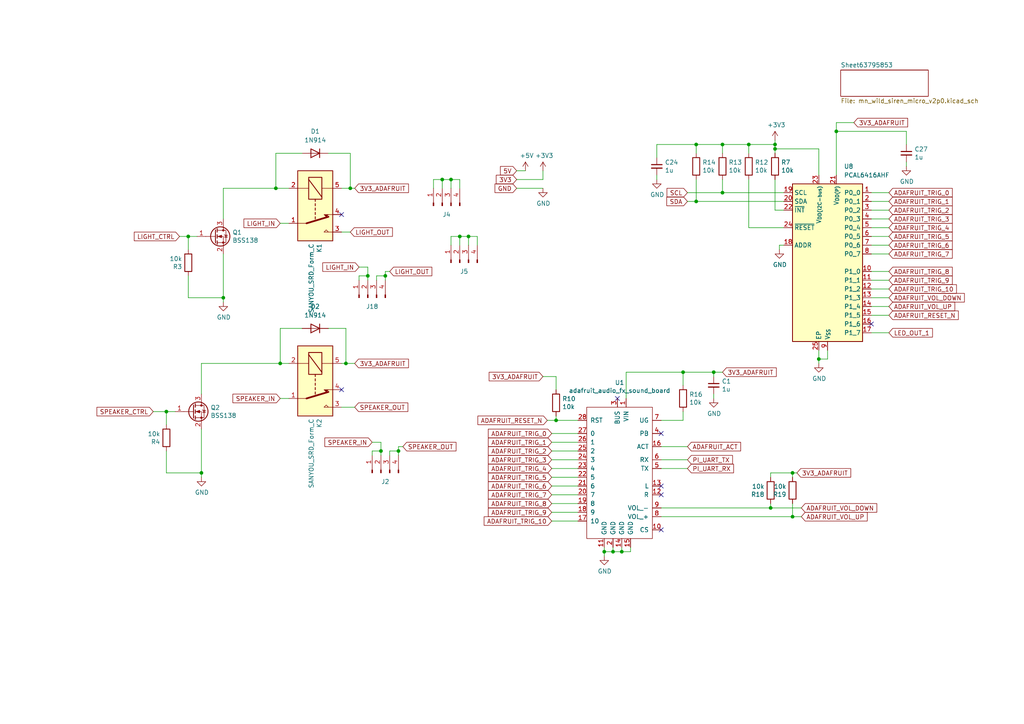
<source format=kicad_sch>
(kicad_sch (version 20231120) (generator "eeschema") (generator_version "8.0")
  (paper "A4")
  (lib_symbols
    (symbol "Connector:Conn_01x04_Pin" (pin_names (offset 1.016) hide)
      (property "Reference" "J" (at 0 5.08 0))
      (property "Value" "Conn_01x04_Pin" (at 0 -7.62 0))
      (symbol "Conn_01x04_Pin_1_1"
        (polyline (pts (xy 1.27 -5.08) (xy 0.8636 -5.08)) (stroke (width 0.1524)))
        (polyline (pts (xy 1.27 -2.54) (xy 0.8636 -2.54)) (stroke (width 0.1524)))
        (polyline (pts (xy 1.27 0) (xy 0.8636 0)) (stroke (width 0.1524)))
        (polyline (pts (xy 1.27 2.54) (xy 0.8636 2.54)) (stroke (width 0.1524)))
        (rectangle (start 0.8636 -4.953) (end 0 -5.207) (stroke (width 0.1524)) (fill (type outline)))
        (rectangle (start 0.8636 -2.413) (end 0 -2.667) (stroke (width 0.1524)) (fill (type outline)))
        (rectangle (start 0.8636 0.127) (end 0 -0.127) (stroke (width 0.1524)) (fill (type outline)))
        (rectangle (start 0.8636 2.667) (end 0 2.413) (stroke (width 0.1524)) (fill (type outline)))
        (pin passive line (at 5.08 2.54 180) (length 3.81) (name "Pin_1") (number "1"))
        (pin passive line (at 5.08 0 180) (length 3.81) (name "Pin_2") (number "2"))
        (pin passive line (at 5.08 -2.54 180) (length 3.81) (name "Pin_3") (number "3"))
        (pin passive line (at 5.08 -5.08 180) (length 3.81) (name "Pin_4") (number "4"))
      )
    )
    (symbol "Device:C_Small" (pin_numbers hide) (pin_names (offset 0.254) hide)
      (property "Reference" "C" (at 0.254 1.778 0))
      (property "Value" "C_Small" (at 0.254 -2.032 0))
      (symbol "C_Small_0_1"
        (polyline (pts (xy -1.524 -0.508) (xy 1.524 -0.508)) (stroke (width 0.3302)))
        (polyline (pts (xy -1.524 0.508) (xy 1.524 0.508)) (stroke (width 0.3048)))
      )
      (symbol "C_Small_1_1"
        (pin passive line (at 0 2.54 270) (length 2.032) (name "~") (number "1"))
        (pin passive line (at 0 -2.54 90) (length 2.032) (name "~") (number "2"))
      )
    )
    (symbol "Device:R" (pin_numbers hide) (pin_names (offset 0))
      (property "Reference" "R" (at 2.032 0 90))
      (property "Value" "R" (at 0 0 90))
      (symbol "R_0_1"
        (rectangle (start -1.016 -2.54) (end 1.016 2.54) (stroke (width 0.254)))
      )
      (symbol "R_1_1"
        (pin passive line (at 0 3.81 270) (length 1.27) (name "~") (number "1"))
        (pin passive line (at 0 -3.81 90) (length 1.27) (name "~") (number "2"))
      )
    )
    (symbol "Diode:1N914" (pin_numbers hide) (pin_names hide)
      (property "Reference" "D" (at 0 2.54 0))
      (property "Value" "1N914" (at 0 -2.54 0))
      (symbol "1N914_0_1"
        (polyline (pts (xy -1.27 1.27) (xy -1.27 -1.27)) (stroke (width 0.254)))
        (polyline (pts (xy 1.27 0) (xy -1.27 0)))
        (polyline (pts (xy 1.27 1.27) (xy 1.27 -1.27) (xy -1.27 0) (xy 1.27 1.27)) (stroke (width 0.254)))
      )
      (symbol "1N914_1_1"
        (pin passive line (at -3.81 0 0) (length 2.54) (name "K") (number "1"))
        (pin passive line (at 3.81 0 180) (length 2.54) (name "A") (number "2"))
      )
    )
    (symbol "Interface_Expansion:PCAL6416AHF"
      (property "Reference" "U" (at -10.16 24.13 0))
      (property "Value" "PCAL6416AHF" (at 3.81 24.13 0))
      (symbol "PCAL6416AHF_0_1"
        (rectangle (start -10.16 22.86) (end 10.16 -22.86) (stroke (width 0.254)) (fill (type background)))
      )
      (symbol "PCAL6416AHF_1_1"
        (pin bidirectional line (at 12.7 20.32 180) (length 2.54) (name "P0_0") (number "1"))
        (pin bidirectional line (at 12.7 -2.54 180) (length 2.54) (name "P1_0") (number "10"))
        (pin bidirectional line (at 12.7 -5.08 180) (length 2.54) (name "P1_1") (number "11"))
        (pin bidirectional line (at 12.7 -7.62 180) (length 2.54) (name "P1_2") (number "12"))
        (pin bidirectional line (at 12.7 -10.16 180) (length 2.54) (name "P1_3") (number "13"))
        (pin bidirectional line (at 12.7 -12.7 180) (length 2.54) (name "P1_4") (number "14"))
        (pin bidirectional line (at 12.7 -15.24 180) (length 2.54) (name "P1_5") (number "15"))
        (pin bidirectional line (at 12.7 -17.78 180) (length 2.54) (name "P1_6") (number "16"))
        (pin bidirectional line (at 12.7 -20.32 180) (length 2.54) (name "P1_7") (number "17"))
        (pin input line (at -12.7 5.08 0) (length 2.54) (name "ADDR") (number "18"))
        (pin input line (at -12.7 20.32 0) (length 2.54) (name "SCL") (number "19"))
        (pin bidirectional line (at 12.7 17.78 180) (length 2.54) (name "P0_1") (number "2"))
        (pin bidirectional line (at -12.7 17.78 0) (length 2.54) (name "SDA") (number "20"))
        (pin power_in line (at 2.54 25.4 270) (length 2.54) (name "V_{DD(P)}") (number "21"))
        (pin open_collector line (at -12.7 15.24 0) (length 2.54) (name "~{INT}") (number "22"))
        (pin power_in line (at -2.54 25.4 270) (length 2.54) (name "V_{DD(I2C-bus)}") (number "23"))
        (pin input line (at -12.7 10.16 0) (length 2.54) (name "~{RESET}") (number "24"))
        (pin passive line (at -2.54 -25.4 90) (length 2.54) (name "EP") (number "25"))
        (pin bidirectional line (at 12.7 15.24 180) (length 2.54) (name "P0_2") (number "3"))
        (pin bidirectional line (at 12.7 12.7 180) (length 2.54) (name "P0_3") (number "4"))
        (pin bidirectional line (at 12.7 10.16 180) (length 2.54) (name "P0_4") (number "5"))
        (pin bidirectional line (at 12.7 7.62 180) (length 2.54) (name "P0_5") (number "6"))
        (pin bidirectional line (at 12.7 5.08 180) (length 2.54) (name "P0_6") (number "7"))
        (pin bidirectional line (at 12.7 2.54 180) (length 2.54) (name "P0_7") (number "8"))
        (pin power_in line (at 0 -25.4 90) (length 2.54) (name "V_{SS}") (number "9"))
      )
    )
    (symbol "Relay:SANYOU_SRD_Form_C"
      (property "Reference" "K" (at 11.43 3.81 0))
      (property "Value" "SANYOU_SRD_Form_C" (at 11.43 1.27 0))
      (symbol "SANYOU_SRD_Form_C_0_0"
        (polyline (pts (xy 7.62 5.08) (xy 7.62 2.54) (xy 6.985 3.175) (xy 7.62 3.81)))
      )
      (symbol "SANYOU_SRD_Form_C_0_1"
        (rectangle (start -10.16 5.08) (end 10.16 -5.08) (stroke (width 0.254)) (fill (type background)))
        (rectangle (start -8.255 1.905) (end -1.905 -1.905) (stroke (width 0.254)))
        (polyline (pts (xy -7.62 -1.905) (xy -2.54 1.905)) (stroke (width 0.254)))
        (polyline (pts (xy -5.08 -5.08) (xy -5.08 -1.905)))
        (polyline (pts (xy -5.08 5.08) (xy -5.08 1.905)))
        (polyline (pts (xy -1.905 0) (xy -1.27 0)) (stroke (width 0.254)))
        (polyline (pts (xy -0.635 0) (xy 0 0)) (stroke (width 0.254)))
        (polyline (pts (xy 0.635 0) (xy 1.27 0)) (stroke (width 0.254)))
        (polyline (pts (xy 1.905 0) (xy 2.54 0)) (stroke (width 0.254)))
        (polyline (pts (xy 3.175 0) (xy 3.81 0)) (stroke (width 0.254)))
        (polyline (pts (xy 5.08 -2.54) (xy 3.175 3.81)) (stroke (width 0.508)))
        (polyline (pts (xy 5.08 -2.54) (xy 5.08 -5.08)))
      )
      (symbol "SANYOU_SRD_Form_C_1_1"
        (polyline (pts (xy 2.54 3.81) (xy 3.175 3.175) (xy 2.54 2.54) (xy 2.54 5.08)) (fill (type outline)))
        (pin passive line (at 5.08 -7.62 90) (length 2.54) (name "~") (number "1"))
        (pin passive line (at -5.08 -7.62 90) (length 2.54) (name "~") (number "2"))
        (pin passive line (at 7.62 7.62 270) (length 2.54) (name "~") (number "3"))
        (pin passive line (at 2.54 7.62 270) (length 2.54) (name "~") (number "4"))
        (pin passive line (at -5.08 7.62 270) (length 2.54) (name "~") (number "5"))
      )
    )
    (symbol "Transistor_FET:BSS138" (pin_names hide)
      (property "Reference" "Q" (at 5.08 1.905 0))
      (property "Value" "BSS138" (at 5.08 0 0))
      (symbol "BSS138_0_1"
        (polyline (pts (xy 0.254 0) (xy -2.54 0)))
        (polyline (pts (xy 0.254 1.905) (xy 0.254 -1.905)) (stroke (width 0.254)))
        (polyline (pts (xy 0.762 -1.27) (xy 0.762 -2.286)) (stroke (width 0.254)))
        (polyline (pts (xy 0.762 0.508) (xy 0.762 -0.508)) (stroke (width 0.254)))
        (polyline (pts (xy 0.762 2.286) (xy 0.762 1.27)) (stroke (width 0.254)))
        (polyline (pts (xy 2.54 2.54) (xy 2.54 1.778)))
        (polyline (pts (xy 2.54 -2.54) (xy 2.54 0) (xy 0.762 0)))
        (polyline (pts (xy 0.762 -1.778) (xy 3.302 -1.778) (xy 3.302 1.778) (xy 0.762 1.778)))
        (polyline (pts (xy 1.016 0) (xy 2.032 0.381) (xy 2.032 -0.381) (xy 1.016 0)) (fill (type outline)))
        (polyline (pts (xy 2.794 0.508) (xy 2.921 0.381) (xy 3.683 0.381) (xy 3.81 0.254)))
        (polyline (pts (xy 3.302 0.381) (xy 2.921 -0.254) (xy 3.683 -0.254) (xy 3.302 0.381)))
        (circle (center 1.651 0) (radius 2.794) (stroke (width 0.254)))
        (circle (center 2.54 -1.778) (radius 0.254) (fill (type outline)))
        (circle (center 2.54 1.778) (radius 0.254) (fill (type outline)))
      )
      (symbol "BSS138_1_1"
        (pin input line (at -5.08 0 0) (length 2.54) (name "G") (number "1"))
        (pin passive line (at 2.54 -5.08 90) (length 2.54) (name "S") (number "2"))
        (pin passive line (at 2.54 5.08 270) (length 2.54) (name "D") (number "3"))
      )
    )
    (symbol "power:+3V3" (power) (pin_names (offset 0))
      (property "Value" "+3V3" (at 0 3.556 0))
      (symbol "+3V3_0_1"
        (polyline (pts (xy -0.762 1.27) (xy 0 2.54)))
        (polyline (pts (xy 0 0) (xy 0 2.54)))
        (polyline (pts (xy 0 2.54) (xy 0.762 1.27)))
      )
      (symbol "+3V3_1_1"
        (pin power_in line (at 0 0 90) (length 0) hide (name "+3V3") (number "1"))
      )
    )
    (symbol "power:+5V" (power) (pin_names (offset 0))
      (property "Value" "+5V" (at 0 3.556 0))
      (symbol "+5V_0_1"
        (polyline (pts (xy -0.762 1.27) (xy 0 2.54)))
        (polyline (pts (xy 0 0) (xy 0 2.54)))
        (polyline (pts (xy 0 2.54) (xy 0.762 1.27)))
      )
      (symbol "+5V_1_1"
        (pin power_in line (at 0 0 90) (length 0) hide (name "+5V") (number "1"))
      )
    )
    (symbol "power:GND" (power) (pin_names (offset 0))
      (property "Value" "GND" (at 0 -3.81 0))
      (symbol "GND_0_1"
        (polyline (pts (xy 0 0) (xy 0 -1.27) (xy 1.27 -1.27) (xy 0 -2.54) (xy -1.27 -1.27) (xy 0 -1.27)))
      )
      (symbol "GND_1_1"
        (pin power_in line (at 0 0 270) (length 0) hide (name "GND") (number "1"))
      )
    )
    (symbol "srw_custom:adafruit_audio_fx_sound_board" (pin_names (offset 1.016))
      (property "Reference" "U" (at -8.89 6.35 0))
      (property "Value" "srw_custom_adafruit_audio_fx_sound_board" (at -1.27 -48.26 0))
      (symbol "adafruit_audio_fx_sound_board_0_1"
        (rectangle (start 0 0) (end 19.05 -38.1))
      )
      (symbol "adafruit_audio_fx_sound_board_1_1"
        (pin input line (at 11.43 2.54 270) (length 2.54) (name "VIN") (number "1"))
        (pin input line (at 21.59 -35.56 180) (length 2.54) (name "CS") (number "10"))
        (pin input line (at 5.08 -40.64 90) (length 2.54) (name "GND") (number "11"))
        (pin input line (at 21.59 -25.4 180) (length 2.54) (name "R") (number "12"))
        (pin input line (at 21.59 -22.86 180) (length 2.54) (name "L") (number "13"))
        (pin input line (at 10.16 -40.64 90) (length 2.54) (name "GND") (number "14"))
        (pin input line (at 12.7 -40.64 90) (length 2.54) (name "GND") (number "15"))
        (pin input line (at 21.59 -11.43 180) (length 2.54) (name "ACT") (number "16"))
        (pin input line (at -2.54 -33.02 0) (length 2.54) (name "10") (number "17"))
        (pin input line (at -2.54 -30.48 0) (length 2.54) (name "9") (number "18"))
        (pin input line (at -2.54 -27.94 0) (length 2.54) (name "8") (number "19"))
        (pin input line (at 7.62 -40.64 90) (length 2.54) (name "GND") (number "2"))
        (pin input line (at -2.54 -25.4 0) (length 2.54) (name "7") (number "20"))
        (pin input line (at -2.54 -22.86 0) (length 2.54) (name "6") (number "21"))
        (pin input line (at -2.54 -20.32 0) (length 2.54) (name "5") (number "22"))
        (pin input line (at -2.54 -17.78 0) (length 2.54) (name "4") (number "23"))
        (pin input line (at -2.54 -15.24 0) (length 2.54) (name "3") (number "24"))
        (pin input line (at -2.54 -12.7 0) (length 2.54) (name "2") (number "25"))
        (pin input line (at -2.54 -10.16 0) (length 2.54) (name "1") (number "26"))
        (pin input line (at -2.54 -7.62 0) (length 2.54) (name "0") (number "27"))
        (pin input line (at -2.54 -3.81 0) (length 2.54) (name "RST") (number "28"))
        (pin input line (at 8.89 2.54 270) (length 2.54) (name "BUS") (number "3"))
        (pin input line (at 21.59 -7.62 180) (length 2.54) (name "PB") (number "4"))
        (pin input line (at 21.59 -17.78 180) (length 2.54) (name "TX") (number "5"))
        (pin input line (at 21.59 -15.24 180) (length 2.54) (name "RX") (number "6"))
        (pin input line (at 21.59 -3.81 180) (length 2.54) (name "UG") (number "7"))
        (pin input line (at 21.59 -31.75 180) (length 2.54) (name "VOL_+") (number "8"))
        (pin input line (at 21.59 -29.21 180) (length 2.54) (name "VOL_-") (number "9"))
      )
    )
  )
  (junction (at 223.52 147.32))
  (junction (at 106.68 80.01))
  (junction (at 130.81 52.07))
  (junction (at 180.34 160.02))
  (junction (at 209.55 41.91))
  (junction (at 237.49 104.14))
  (junction (at 161.29 121.92))
  (junction (at 217.17 41.91))
  (junction (at 177.8 160.02))
  (junction (at 58.42 137.16))
  (junction (at 100.33 105.41))
  (junction (at 80.01 54.61))
  (junction (at 115.57 130.81))
  (junction (at 101.6 54.61))
  (junction (at 229.87 149.86))
  (junction (at 54.61 68.58))
  (junction (at 242.57 38.1))
  (junction (at 175.26 160.02))
  (junction (at 209.55 55.88))
  (junction (at 198.12 107.95))
  (junction (at 110.49 130.81))
  (junction (at 135.89 68.58))
  (junction (at 201.93 58.42))
  (junction (at 48.26 119.38))
  (junction (at 64.77 86.36))
  (junction (at 224.79 43.18))
  (junction (at 133.35 68.58))
  (junction (at 128.27 52.07))
  (junction (at 81.28 105.41))
  (junction (at 224.79 41.91))
  (junction (at 207.01 107.95))
  (junction (at 229.87 137.16))
  (junction (at 111.76 80.01))
  (junction (at 201.93 41.91))
  (no_connect (at 191.77 143.51))
  (no_connect (at 191.77 153.67))
  (no_connect (at 252.73 93.98))
  (no_connect (at 191.77 140.97))
  (no_connect (at 191.77 125.73))
  (no_connect (at 99.06 62.23))
  (no_connect (at 179.07 115.57))
  (no_connect (at 99.06 113.03))
  (wire (pts (xy 180.34 158.75) (xy 180.34 160.02)))
  (wire (pts (xy 100.33 95.25) (xy 95.25 95.25)))
  (wire (pts (xy 229.87 137.16) (xy 231.14 137.16)))
  (wire (pts (xy 157.48 52.07) (xy 157.48 49.53)))
  (wire (pts (xy 64.77 86.36) (xy 54.61 86.36)))
  (wire (pts (xy 224.79 40.64) (xy 224.79 41.91)))
  (wire (pts (xy 252.73 73.66) (xy 257.81 73.66)))
  (wire (pts (xy 227.33 60.96) (xy 224.79 60.96)))
  (wire (pts (xy 116.84 129.54) (xy 115.57 129.54)))
  (wire (pts (xy 111.76 80.01) (xy 109.22 80.01)))
  (wire (pts (xy 54.61 80.01) (xy 54.61 86.36)))
  (wire (pts (xy 167.64 128.27) (xy 160.02 128.27)))
  (wire (pts (xy 130.81 71.12) (xy 130.81 68.58)))
  (wire (pts (xy 237.49 104.14) (xy 237.49 105.41)))
  (wire (pts (xy 102.87 105.41) (xy 100.33 105.41)))
  (wire (pts (xy 58.42 137.16) (xy 48.26 137.16)))
  (wire (pts (xy 190.5 41.91) (xy 201.93 41.91)))
  (wire (pts (xy 81.28 105.41) (xy 58.42 105.41)))
  (wire (pts (xy 48.26 119.38) (xy 50.8 119.38)))
  (wire (pts (xy 87.63 44.45) (xy 80.01 44.45)))
  (wire (pts (xy 252.73 55.88) (xy 257.81 55.88)))
  (wire (pts (xy 58.42 137.16) (xy 58.42 138.43)))
  (wire (pts (xy 48.26 119.38) (xy 48.26 123.19)))
  (wire (pts (xy 209.55 55.88) (xy 227.33 55.88)))
  (wire (pts (xy 191.77 135.89) (xy 199.39 135.89)))
  (wire (pts (xy 262.89 48.26) (xy 262.89 46.99)))
  (wire (pts (xy 242.57 38.1) (xy 262.89 38.1)))
  (wire (pts (xy 252.73 88.9) (xy 257.81 88.9)))
  (wire (pts (xy 100.33 105.41) (xy 99.06 105.41)))
  (wire (pts (xy 191.77 149.86) (xy 229.87 149.86)))
  (wire (pts (xy 83.82 54.61) (xy 80.01 54.61)))
  (wire (pts (xy 217.17 44.45) (xy 217.17 41.91)))
  (wire (pts (xy 160.02 135.89) (xy 167.64 135.89)))
  (wire (pts (xy 115.57 132.08) (xy 115.57 130.81)))
  (wire (pts (xy 201.93 41.91) (xy 209.55 41.91)))
  (wire (pts (xy 226.06 71.12) (xy 226.06 72.39)))
  (wire (pts (xy 191.77 133.35) (xy 199.39 133.35)))
  (wire (pts (xy 106.68 77.47) (xy 106.68 80.01)))
  (wire (pts (xy 110.49 128.27) (xy 110.49 130.81)))
  (wire (pts (xy 152.4 49.53) (xy 149.86 49.53)))
  (wire (pts (xy 201.93 44.45) (xy 201.93 41.91)))
  (wire (pts (xy 130.81 68.58) (xy 133.35 68.58)))
  (wire (pts (xy 81.28 115.57) (xy 83.82 115.57)))
  (wire (pts (xy 125.73 52.07) (xy 128.27 52.07)))
  (wire (pts (xy 125.73 54.61) (xy 125.73 52.07)))
  (wire (pts (xy 133.35 68.58) (xy 135.89 68.58)))
  (wire (pts (xy 217.17 66.04) (xy 227.33 66.04)))
  (wire (pts (xy 149.86 54.61) (xy 157.48 54.61)))
  (wire (pts (xy 58.42 105.41) (xy 58.42 114.3)))
  (wire (pts (xy 54.61 68.58) (xy 57.15 68.58)))
  (wire (pts (xy 175.26 161.29) (xy 175.26 160.02)))
  (wire (pts (xy 64.77 54.61) (xy 64.77 63.5)))
  (wire (pts (xy 109.22 80.01) (xy 109.22 81.28)))
  (wire (pts (xy 191.77 121.92) (xy 198.12 121.92)))
  (wire (pts (xy 242.57 35.56) (xy 247.65 35.56)))
  (wire (pts (xy 223.52 138.43) (xy 223.52 137.16)))
  (wire (pts (xy 198.12 121.92) (xy 198.12 119.38)))
  (wire (pts (xy 177.8 158.75) (xy 177.8 160.02)))
  (wire (pts (xy 138.43 68.58) (xy 138.43 71.12)))
  (wire (pts (xy 199.39 58.42) (xy 201.93 58.42)))
  (wire (pts (xy 252.73 58.42) (xy 257.81 58.42)))
  (wire (pts (xy 135.89 68.58) (xy 138.43 68.58)))
  (wire (pts (xy 104.14 80.01) (xy 104.14 81.28)))
  (wire (pts (xy 87.63 95.25) (xy 81.28 95.25)))
  (wire (pts (xy 207.01 107.95) (xy 209.55 107.95)))
  (wire (pts (xy 207.01 115.57) (xy 207.01 114.3)))
  (wire (pts (xy 64.77 86.36) (xy 64.77 87.63)))
  (wire (pts (xy 115.57 129.54) (xy 115.57 130.81)))
  (wire (pts (xy 110.49 132.08) (xy 110.49 130.81)))
  (wire (pts (xy 167.64 151.13) (xy 160.02 151.13)))
  (wire (pts (xy 80.01 54.61) (xy 64.77 54.61)))
  (wire (pts (xy 106.68 80.01) (xy 104.14 80.01)))
  (wire (pts (xy 198.12 111.76) (xy 198.12 107.95)))
  (wire (pts (xy 224.79 60.96) (xy 224.79 52.07)))
  (wire (pts (xy 252.73 71.12) (xy 257.81 71.12)))
  (wire (pts (xy 160.02 125.73) (xy 167.64 125.73)))
  (wire (pts (xy 135.89 68.58) (xy 135.89 71.12)))
  (wire (pts (xy 83.82 105.41) (xy 81.28 105.41)))
  (wire (pts (xy 110.49 130.81) (xy 107.95 130.81)))
  (wire (pts (xy 209.55 41.91) (xy 217.17 41.91)))
  (wire (pts (xy 191.77 147.32) (xy 223.52 147.32)))
  (wire (pts (xy 161.29 113.03) (xy 161.29 109.22)))
  (wire (pts (xy 101.6 44.45) (xy 95.25 44.45)))
  (wire (pts (xy 160.02 130.81) (xy 167.64 130.81)))
  (wire (pts (xy 252.73 66.04) (xy 257.81 66.04)))
  (wire (pts (xy 161.29 121.92) (xy 161.29 120.65)))
  (wire (pts (xy 160.02 140.97) (xy 167.64 140.97)))
  (wire (pts (xy 252.73 63.5) (xy 257.81 63.5)))
  (wire (pts (xy 207.01 107.95) (xy 198.12 107.95)))
  (wire (pts (xy 81.28 95.25) (xy 81.28 105.41)))
  (wire (pts (xy 191.77 129.54) (xy 199.39 129.54)))
  (wire (pts (xy 111.76 81.28) (xy 111.76 80.01)))
  (wire (pts (xy 199.39 55.88) (xy 209.55 55.88)))
  (wire (pts (xy 104.14 77.47) (xy 106.68 77.47)))
  (wire (pts (xy 201.93 58.42) (xy 227.33 58.42)))
  (wire (pts (xy 133.35 68.58) (xy 133.35 71.12)))
  (wire (pts (xy 106.68 81.28) (xy 106.68 80.01)))
  (wire (pts (xy 201.93 52.07) (xy 201.93 58.42)))
  (wire (pts (xy 107.95 128.27) (xy 110.49 128.27)))
  (wire (pts (xy 252.73 68.58) (xy 257.81 68.58)))
  (wire (pts (xy 167.64 133.35) (xy 160.02 133.35)))
  (wire (pts (xy 99.06 67.31) (xy 101.6 67.31)))
  (wire (pts (xy 224.79 43.18) (xy 224.79 44.45)))
  (wire (pts (xy 240.03 101.6) (xy 240.03 104.14)))
  (wire (pts (xy 209.55 44.45) (xy 209.55 41.91)))
  (wire (pts (xy 80.01 44.45) (xy 80.01 54.61)))
  (wire (pts (xy 252.73 83.82) (xy 257.81 83.82)))
  (wire (pts (xy 64.77 73.66) (xy 64.77 86.36)))
  (wire (pts (xy 262.89 41.91) (xy 262.89 38.1)))
  (wire (pts (xy 190.5 52.07) (xy 190.5 50.8)))
  (wire (pts (xy 157.48 109.22) (xy 161.29 109.22)))
  (wire (pts (xy 217.17 41.91) (xy 224.79 41.91)))
  (wire (pts (xy 209.55 52.07) (xy 209.55 55.88)))
  (wire (pts (xy 167.64 138.43) (xy 160.02 138.43)))
  (wire (pts (xy 130.81 52.07) (xy 133.35 52.07)))
  (wire (pts (xy 198.12 107.95) (xy 181.61 107.95)))
  (wire (pts (xy 180.34 160.02) (xy 182.88 160.02)))
  (wire (pts (xy 252.73 60.96) (xy 257.81 60.96)))
  (wire (pts (xy 107.95 130.81) (xy 107.95 132.08)))
  (wire (pts (xy 223.52 147.32) (xy 232.41 147.32)))
  (wire (pts (xy 240.03 104.14) (xy 237.49 104.14)))
  (wire (pts (xy 252.73 96.52) (xy 257.81 96.52)))
  (wire (pts (xy 217.17 52.07) (xy 217.17 66.04)))
  (wire (pts (xy 229.87 138.43) (xy 229.87 137.16)))
  (wire (pts (xy 58.42 124.46) (xy 58.42 137.16)))
  (wire (pts (xy 175.26 160.02) (xy 175.26 158.75)))
  (wire (pts (xy 181.61 115.57) (xy 181.61 107.95)))
  (wire (pts (xy 242.57 38.1) (xy 242.57 35.56)))
  (wire (pts (xy 149.86 52.07) (xy 157.48 52.07)))
  (wire (pts (xy 113.03 130.81) (xy 113.03 132.08)))
  (wire (pts (xy 167.64 143.51) (xy 160.02 143.51)))
  (wire (pts (xy 227.33 71.12) (xy 226.06 71.12)))
  (wire (pts (xy 101.6 54.61) (xy 99.06 54.61)))
  (wire (pts (xy 223.52 137.16) (xy 229.87 137.16)))
  (wire (pts (xy 229.87 149.86) (xy 232.41 149.86)))
  (wire (pts (xy 175.26 160.02) (xy 177.8 160.02)))
  (wire (pts (xy 190.5 45.72) (xy 190.5 41.91)))
  (wire (pts (xy 237.49 43.18) (xy 224.79 43.18)))
  (wire (pts (xy 133.35 52.07) (xy 133.35 54.61)))
  (wire (pts (xy 130.81 52.07) (xy 130.81 54.61)))
  (wire (pts (xy 182.88 160.02) (xy 182.88 158.75)))
  (wire (pts (xy 252.73 86.36) (xy 257.81 86.36)))
  (wire (pts (xy 207.01 109.22) (xy 207.01 107.95)))
  (wire (pts (xy 224.79 41.91) (xy 224.79 43.18)))
  (wire (pts (xy 167.64 121.92) (xy 161.29 121.92)))
  (wire (pts (xy 54.61 68.58) (xy 54.61 72.39)))
  (wire (pts (xy 102.87 54.61) (xy 101.6 54.61)))
  (wire (pts (xy 99.06 118.11) (xy 102.87 118.11)))
  (wire (pts (xy 229.87 146.05) (xy 229.87 149.86)))
  (wire (pts (xy 237.49 101.6) (xy 237.49 104.14)))
  (wire (pts (xy 223.52 146.05) (xy 223.52 147.32)))
  (wire (pts (xy 128.27 52.07) (xy 130.81 52.07)))
  (wire (pts (xy 167.64 148.59) (xy 160.02 148.59)))
  (wire (pts (xy 111.76 78.74) (xy 111.76 80.01)))
  (wire (pts (xy 177.8 160.02) (xy 180.34 160.02)))
  (wire (pts (xy 242.57 50.8) (xy 242.57 38.1)))
  (wire (pts (xy 48.26 130.81) (xy 48.26 137.16)))
  (wire (pts (xy 115.57 130.81) (xy 113.03 130.81)))
  (wire (pts (xy 252.73 81.28) (xy 257.81 81.28)))
  (wire (pts (xy 113.03 78.74) (xy 111.76 78.74)))
  (wire (pts (xy 252.73 78.74) (xy 257.81 78.74)))
  (wire (pts (xy 100.33 105.41) (xy 100.33 95.25)))
  (wire (pts (xy 237.49 50.8) (xy 237.49 43.18)))
  (wire (pts (xy 158.75 121.92) (xy 161.29 121.92)))
  (wire (pts (xy 44.45 119.38) (xy 48.26 119.38)))
  (wire (pts (xy 160.02 146.05) (xy 167.64 146.05)))
  (wire (pts (xy 128.27 52.07) (xy 128.27 54.61)))
  (wire (pts (xy 252.73 91.44) (xy 257.81 91.44)))
  (wire (pts (xy 52.07 68.58) (xy 54.61 68.58)))
  (wire (pts (xy 81.28 64.77) (xy 83.82 64.77)))
  (wire (pts (xy 101.6 54.61) (xy 101.6 44.45)))
  (global_label "ADAFRUIT_TRIG_4" (shape input) (at 257.81 66.04 0) (property "Intersheetrefs" "${INTERSHEET_REFS}" (effects (hide yes))))
  (global_label "ADAFRUIT_TRIG_8" (shape input) (at 160.02 146.05 180) (property "Intersheetrefs" "${INTERSHEET_REFS}" (effects (hide yes))))
  (global_label "3V3_ADAFRUIT" (shape input) (at 247.65 35.56 0) (property "Intersheetrefs" "${INTERSHEET_REFS}" (effects (hide yes))))
  (global_label "LIGHT_IN" (shape input) (at 104.14 77.47 180) (property "Intersheetrefs" "${INTERSHEET_REFS}" (effects (hide yes))))
  (global_label "ADAFRUIT_TRIG_10" (shape input) (at 257.81 83.82 0) (property "Intersheetrefs" "${INTERSHEET_REFS}" (effects (hide yes))))
  (global_label "LIGHT_IN" (shape input) (at 81.28 64.77 180) (property "Intersheetrefs" "${INTERSHEET_REFS}" (effects (hide yes))))
  (global_label "ADAFRUIT_TRIG_5" (shape input) (at 160.02 138.43 180) (property "Intersheetrefs" "${INTERSHEET_REFS}" (effects (hide yes))))
  (global_label "ADAFRUIT_TRIG_1" (shape input) (at 160.02 128.27 180) (property "Intersheetrefs" "${INTERSHEET_REFS}" (effects (hide yes))))
  (global_label "LIGHT_CTRL" (shape input) (at 52.07 68.58 180) (property "Intersheetrefs" "${INTERSHEET_REFS}" (effects (hide yes))))
  (global_label "ADAFRUIT_TRIG_3" (shape input) (at 160.02 133.35 180) (property "Intersheetrefs" "${INTERSHEET_REFS}" (effects (hide yes))))
  (global_label "ADAFRUIT_VOL_DOWN" (shape input) (at 257.81 86.36 0) (property "Intersheetrefs" "${INTERSHEET_REFS}" (effects (hide yes))))
  (global_label "ADAFRUIT_RESET_N" (shape input) (at 158.75 121.92 180) (property "Intersheetrefs" "${INTERSHEET_REFS}" (effects (hide yes))))
  (global_label "3V3_ADAFRUIT" (shape input) (at 209.55 107.95 0) (property "Intersheetrefs" "${INTERSHEET_REFS}" (effects (hide yes))))
  (global_label "ADAFRUIT_TRIG_8" (shape input) (at 257.81 78.74 0) (property "Intersheetrefs" "${INTERSHEET_REFS}" (effects (hide yes))))
  (global_label "ADAFRUIT_VOL_UP" (shape input) (at 232.41 149.86 0) (property "Intersheetrefs" "${INTERSHEET_REFS}" (effects (hide yes))))
  (global_label "ADAFRUIT_TRIG_9" (shape input) (at 160.02 148.59 180) (property "Intersheetrefs" "${INTERSHEET_REFS}" (effects (hide yes))))
  (global_label "ADAFRUIT_RESET_N" (shape input) (at 257.81 91.44 0) (property "Intersheetrefs" "${INTERSHEET_REFS}" (effects (hide yes))))
  (global_label "ADAFRUIT_TRIG_9" (shape input) (at 257.81 81.28 0) (property "Intersheetrefs" "${INTERSHEET_REFS}" (effects (hide yes))))
  (global_label "3V3_ADAFRUIT" (shape input) (at 102.87 54.61 0) (property "Intersheetrefs" "${INTERSHEET_REFS}" (effects (hide yes))))
  (global_label "ADAFRUIT_TRIG_2" (shape input) (at 160.02 130.81 180) (property "Intersheetrefs" "${INTERSHEET_REFS}" (effects (hide yes))))
  (global_label "GND" (shape input) (at 149.86 54.61 180) (property "Intersheetrefs" "${INTERSHEET_REFS}" (effects (hide yes))))
  (global_label "ADAFRUIT_TRIG_7" (shape input) (at 160.02 143.51 180) (property "Intersheetrefs" "${INTERSHEET_REFS}" (effects (hide yes))))
  (global_label "ADAFRUIT_TRIG_10" (shape input) (at 160.02 151.13 180) (property "Intersheetrefs" "${INTERSHEET_REFS}" (effects (hide yes))))
  (global_label "SCL" (shape input) (at 199.39 55.88 180) (property "Intersheetrefs" "${INTERSHEET_REFS}" (effects (hide yes))))
  (global_label "LIGHT_OUT" (shape input) (at 113.03 78.74 0) (property "Intersheetrefs" "${INTERSHEET_REFS}" (effects (hide yes))))
  (global_label "5V" (shape input) (at 149.86 49.53 180) (property "Intersheetrefs" "${INTERSHEET_REFS}" (effects (hide yes))))
  (global_label "ADAFRUIT_TRIG_5" (shape input) (at 257.81 68.58 0) (property "Intersheetrefs" "${INTERSHEET_REFS}" (effects (hide yes))))
  (global_label "LED_OUT_1" (shape input) (at 257.81 96.52 0) (property "Intersheetrefs" "${INTERSHEET_REFS}" (effects (hide yes))))
  (global_label "3V3_ADAFRUIT" (shape input) (at 157.48 109.22 180) (property "Intersheetrefs" "${INTERSHEET_REFS}" (effects (hide yes))))
  (global_label "ADAFRUIT_TRIG_6" (shape input) (at 257.81 71.12 0) (property "Intersheetrefs" "${INTERSHEET_REFS}" (effects (hide yes))))
  (global_label "ADAFRUIT_TRIG_1" (shape input) (at 257.81 58.42 0) (property "Intersheetrefs" "${INTERSHEET_REFS}" (effects (hide yes))))
  (global_label "ADAFRUIT_TRIG_0" (shape input) (at 257.81 55.88 0) (property "Intersheetrefs" "${INTERSHEET_REFS}" (effects (hide yes))))
  (global_label "SPEAKER_IN" (shape input) (at 107.95 128.27 180) (property "Intersheetrefs" "${INTERSHEET_REFS}" (effects (hide yes))))
  (global_label "ADAFRUIT_VOL_DOWN" (shape input) (at 232.41 147.32 0) (property "Intersheetrefs" "${INTERSHEET_REFS}" (effects (hide yes))))
  (global_label "ADAFRUIT_TRIG_2" (shape input) (at 257.81 60.96 0) (property "Intersheetrefs" "${INTERSHEET_REFS}" (effects (hide yes))))
  (global_label "ADAFRUIT_ACT" (shape input) (at 199.39 129.54 0) (property "Intersheetrefs" "${INTERSHEET_REFS}" (effects (hide yes))))
  (global_label "ADAFRUIT_TRIG_0" (shape input) (at 160.02 125.73 180) (property "Intersheetrefs" "${INTERSHEET_REFS}" (effects (hide yes))))
  (global_label "PI_UART_TX" (shape input) (at 199.39 133.35 0) (property "Intersheetrefs" "${INTERSHEET_REFS}" (effects (hide yes))))
  (global_label "ADAFRUIT_TRIG_3" (shape input) (at 257.81 63.5 0) (property "Intersheetrefs" "${INTERSHEET_REFS}" (effects (hide yes))))
  (global_label "ADAFRUIT_TRIG_6" (shape input) (at 160.02 140.97 180) (property "Intersheetrefs" "${INTERSHEET_REFS}" (effects (hide yes))))
  (global_label "ADAFRUIT_VOL_UP" (shape input) (at 257.81 88.9 0) (property "Intersheetrefs" "${INTERSHEET_REFS}" (effects (hide yes))))
  (global_label "3V3" (shape input) (at 149.86 52.07 180) (property "Intersheetrefs" "${INTERSHEET_REFS}" (effects (hide yes))))
  (global_label "SPEAKER_OUT" (shape input) (at 102.87 118.11 0) (property "Intersheetrefs" "${INTERSHEET_REFS}" (effects (hide yes))))
  (global_label "SPEAKER_CTRL" (shape input) (at 44.45 119.38 180) (property "Intersheetrefs" "${INTERSHEET_REFS}" (effects (hide yes))))
  (global_label "SDA" (shape input) (at 199.39 58.42 180) (property "Intersheetrefs" "${INTERSHEET_REFS}" (effects (hide yes))))
  (global_label "PI_UART_RX" (shape input) (at 199.39 135.89 0) (property "Intersheetrefs" "${INTERSHEET_REFS}" (effects (hide yes))))
  (global_label "3V3_ADAFRUIT" (shape input) (at 231.14 137.16 0) (property "Intersheetrefs" "${INTERSHEET_REFS}" (effects (hide yes))))
  (global_label "LIGHT_OUT" (shape input) (at 101.6 67.31 0) (property "Intersheetrefs" "${INTERSHEET_REFS}" (effects (hide yes))))
  (global_label "3V3_ADAFRUIT" (shape input) (at 102.87 105.41 0) (property "Intersheetrefs" "${INTERSHEET_REFS}" (effects (hide yes))))
  (global_label "SPEAKER_IN" (shape input) (at 81.28 115.57 180) (property "Intersheetrefs" "${INTERSHEET_REFS}" (effects (hide yes))))
  (global_label "ADAFRUIT_TRIG_7" (shape input) (at 257.81 73.66 0) (property "Intersheetrefs" "${INTERSHEET_REFS}" (effects (hide yes))))
  (global_label "ADAFRUIT_TRIG_4" (shape input) (at 160.02 135.89 180) (property "Intersheetrefs" "${INTERSHEET_REFS}" (effects (hide yes))))
  (global_label "SPEAKER_OUT" (shape input) (at 116.84 129.54 0) (property "Intersheetrefs" "${INTERSHEET_REFS}" (effects (hide yes))))
  (symbol (lib_id "srw_custom:adafruit_audio_fx_sound_board") (at 170.18 118.11 0) (unit 1)
    (property "Reference" "U1" (at 179.705 110.9726 0))
    (property "Value" "adafruit_audio_fx_sound_board" (at 179.705 113.284 0))
    (property "Footprint" "srw_custom:adafruit_soundboard" (effects (hide yes)))
  )
  (symbol (lib_id "power:GND") (at 175.26 161.29 0) (unit 1)
    (property "Reference" "#PWR0101" (effects (hide yes)))
    (property "Value" "GND" (at 175.387 165.6842 0))
  )
  (symbol (lib_id "Device:R") (at 198.12 115.57 0) (unit 1)
    (property "Reference" "R16" (at 199.898 114.4016 0) (effects (justify left)))
    (property "Value" "10k" (at 199.898 116.713 0) (effects (justify left)))
    (property "Footprint" "Resistor_SMD:R_0402_1005Metric" (effects (hide yes)))
  )
  (symbol (lib_id "Device:R") (at 229.87 142.24 180) (unit 1)
    (property "Reference" "R19" (at 228.092 143.4084 0) (effects (justify left)))
    (property "Value" "10k" (at 228.092 141.097 0) (effects (justify left)))
    (property "Footprint" "Resistor_SMD:R_0402_1005Metric" (effects (hide yes)))
  )
  (symbol (lib_id "Device:R") (at 223.52 142.24 180) (unit 1)
    (property "Reference" "R18" (at 221.742 143.4084 0) (effects (justify left)))
    (property "Value" "10k" (at 221.742 141.097 0) (effects (justify left)))
    (property "Footprint" "Resistor_SMD:R_0402_1005Metric" (effects (hide yes)))
  )
  (symbol (lib_id "Device:R") (at 161.29 116.84 0) (unit 1)
    (property "Reference" "R10" (at 163.068 115.6716 0) (effects (justify left)))
    (property "Value" "10k" (at 163.068 117.983 0) (effects (justify left)))
    (property "Footprint" "Resistor_SMD:R_0402_1005Metric" (effects (hide yes)))
  )
  (symbol (lib_id "Device:C_Small") (at 207.01 111.76 0) (unit 1)
    (property "Reference" "C1" (at 209.3468 110.5916 0) (effects (justify left)))
    (property "Value" "1u" (at 209.3468 112.903 0) (effects (justify left)))
    (property "Footprint" "Resistor_SMD:R_0603_1608Metric_Pad1.05x0.95mm_HandSolder" (effects (hide yes)))
  )
  (symbol (lib_id "power:GND") (at 207.01 115.57 0) (unit 1)
    (property "Reference" "#PWR0103" (effects (hide yes)))
    (property "Value" "GND" (at 207.137 119.9642 0))
  )
  (symbol (lib_id "Relay:SANYOU_SRD_Form_C") (at 91.44 59.69 270) (unit 1)
    (property "Reference" "K1" (at 92.6084 70.612 0) (effects (justify left)))
    (property "Value" "SANYOU_SRD_Form_C" (at 90.297 70.612 0) (effects (justify left)))
    (property "Footprint" "Relay_THT:Relay_SPDT_SANYOU_SRD_Series_Form_C" (effects (hide yes)))
    (property "Datasheet" "http://www.sanyourelay.ca/public/products/pdf/SRD.pdf" (effects (hide yes)))
  )
  (symbol (lib_id "Relay:SANYOU_SRD_Form_C") (at 91.44 110.49 270) (unit 1)
    (property "Reference" "K2" (at 92.6084 121.412 0) (effects (justify left)))
    (property "Value" "SANYOU_SRD_Form_C" (at 90.297 121.412 0) (effects (justify left)))
    (property "Footprint" "Relay_THT:Relay_SPDT_SANYOU_SRD_Series_Form_C" (effects (hide yes)))
    (property "Datasheet" "http://www.sanyourelay.ca/public/products/pdf/SRD.pdf" (effects (hide yes)))
  )
  (symbol (lib_id "Transistor_FET:BSS138") (at 62.23 68.58 0) (unit 1)
    (property "Reference" "Q1" (at 67.4116 67.4116 0) (effects (justify left)))
    (property "Value" "BSS138" (at 67.4116 69.723 0) (effects (justify left)))
    (property "Footprint" "Package_TO_SOT_SMD:SOT-23" (effects (hide yes)))
    (property "Datasheet" "https://www.fairchildsemi.com/datasheets/BS/BSS138.pdf" (effects (hide yes)))
  )
  (symbol (lib_id "power:GND") (at 64.77 87.63 0) (unit 1)
    (property "Reference" "#PWR0108" (effects (hide yes)))
    (property "Value" "GND" (at 64.897 92.0242 0))
  )
  (symbol (lib_id "Device:R") (at 54.61 76.2 180) (unit 1)
    (property "Reference" "R3" (at 52.832 77.3684 0) (effects (justify left)))
    (property "Value" "10k" (at 52.832 75.057 0) (effects (justify left)))
    (property "Footprint" "Resistor_SMD:R_0402_1005Metric" (effects (hide yes)))
  )
  (symbol (lib_id "Transistor_FET:BSS138") (at 55.88 119.38 0) (unit 1)
    (property "Reference" "Q2" (at 61.0616 118.2116 0) (effects (justify left)))
    (property "Value" "BSS138" (at 61.0616 120.523 0) (effects (justify left)))
    (property "Footprint" "Package_TO_SOT_SMD:SOT-23" (effects (hide yes)))
    (property "Datasheet" "https://www.fairchildsemi.com/datasheets/BS/BSS138.pdf" (effects (hide yes)))
  )
  (symbol (lib_id "power:GND") (at 58.42 138.43 0) (unit 1)
    (property "Reference" "#PWR0110" (effects (hide yes)))
    (property "Value" "GND" (at 58.547 142.8242 0))
  )
  (symbol (lib_id "Device:R") (at 48.26 127 180) (unit 1)
    (property "Reference" "R4" (at 46.482 128.1684 0) (effects (justify left)))
    (property "Value" "10k" (at 46.482 125.857 0) (effects (justify left)))
    (property "Footprint" "Resistor_SMD:R_0402_1005Metric" (effects (hide yes)))
  )
  (symbol (lib_id "power:+5V") (at 152.4 49.53 0) (unit 1)
    (property "Reference" "#PWR0163" (effects (hide yes)))
    (property "Value" "+5V" (at 152.781 45.1358 0))
  )
  (symbol (lib_id "power:+3V3") (at 157.48 49.53 0) (unit 1)
    (property "Reference" "#PWR0164" (effects (hide yes)))
    (property "Value" "+3V3" (at 157.861 45.1358 0))
  )
  (symbol (lib_id "power:GND") (at 157.48 54.61 0) (unit 1)
    (property "Reference" "#PWR0165" (effects (hide yes)))
    (property "Value" "GND" (at 157.607 59.0042 0))
  )
  (symbol (lib_id "Device:C_Small") (at 262.89 44.45 0) (unit 1)
    (property "Reference" "C27" (at 265.2268 43.2816 0) (effects (justify left)))
    (property "Value" "1u" (at 265.2268 45.593 0) (effects (justify left)))
    (property "Footprint" "Capacitor_SMD:C_0603_1608Metric_Pad1.08x0.95mm_HandSolder" (effects (hide yes)))
  )
  (symbol (lib_id "Connector:Conn_01x04_Pin") (at 133.35 76.2 90) (unit 1)
    (property "Reference" "J5" (at 134.62 78.74 90))
    (property "Value" "Conn_01x04_Pin" (effects (hide yes)))
    (property "Footprint" "srw_custom:1984633" (effects (hide yes)))
    (property "Description" "Generic connector, single row, 01x04, script generated" (effects (hide yes)))
  )
  (symbol (lib_id "Device:R") (at 209.55 48.26 0) (unit 1)
    (property "Reference" "R13" (at 211.328 47.0916 0) (effects (justify left)))
    (property "Value" "10k" (at 211.328 49.403 0) (effects (justify left)))
    (property "Footprint" "Resistor_SMD:R_0603_1608Metric_Pad0.98x0.95mm_HandSolder" (effects (hide yes)))
  )
  (symbol (lib_id "Diode:1N914") (at 91.44 95.25 180) (unit 1)
    (property "Reference" "D2" (at 91.44 88.9 0))
    (property "Value" "1N914" (at 91.44 91.44 0))
    (property "Footprint" "Diode_THT:D_DO-35_SOD27_P7.62mm_Horizontal" (effects (hide yes)))
    (property "Datasheet" "http://www.vishay.com/docs/85622/1n914.pdf" (effects (hide yes)))
  )
  (symbol (lib_id "power:GND") (at 226.06 72.39 0) (unit 1)
    (property "Reference" "#PWR015" (effects (hide yes)))
    (property "Value" "GND" (at 226.187 76.7842 0))
  )
  (symbol (lib_id "Connector:Conn_01x04_Pin") (at 110.49 137.16 90) (unit 1)
    (property "Reference" "J2" (at 111.76 139.7 90))
    (property "Value" "Conn_01x04_Pin" (effects (hide yes)))
    (property "Footprint" "srw_custom:1984633" (effects (hide yes)))
    (property "Description" "Generic connector, single row, 01x04, script generated" (effects (hide yes)))
  )
  (symbol (lib_id "Device:R") (at 217.17 48.26 0) (unit 1)
    (property "Reference" "R12" (at 218.948 47.0916 0) (effects (justify left)))
    (property "Value" "10k" (at 218.948 49.403 0) (effects (justify left)))
    (property "Footprint" "Resistor_SMD:R_0603_1608Metric_Pad0.98x0.95mm_HandSolder" (effects (hide yes)))
  )
  (symbol (lib_id "power:GND") (at 262.89 48.26 0) (unit 1)
    (property "Reference" "#PWR017" (effects (hide yes)))
    (property "Value" "GND" (at 263.017 52.6542 0))
  )
  (symbol (lib_id "power:+3V3") (at 224.79 40.64 0) (unit 1)
    (property "Reference" "#PWR014" (effects (hide yes)))
    (property "Value" "+3V3" (at 225.171 36.2458 0))
  )
  (symbol (lib_id "power:GND") (at 237.49 105.41 0) (unit 1)
    (property "Reference" "#PWR013" (effects (hide yes)))
    (property "Value" "GND" (at 237.617 109.8042 0))
  )
  (symbol (lib_id "Device:C_Small") (at 190.5 48.26 0) (unit 1)
    (property "Reference" "C24" (at 192.8368 47.0916 0) (effects (justify left)))
    (property "Value" "1u" (at 192.8368 49.403 0) (effects (justify left)))
    (property "Footprint" "Capacitor_SMD:C_0603_1608Metric_Pad1.08x0.95mm_HandSolder" (effects (hide yes)))
  )
  (symbol (lib_id "Connector:Conn_01x04_Pin") (at 106.68 86.36 90) (unit 1)
    (property "Reference" "J18" (at 107.95 88.9 90))
    (property "Value" "Conn_01x04_Pin" (effects (hide yes)))
    (property "Footprint" "srw_custom:1984633" (effects (hide yes)))
    (property "Description" "Generic connector, single row, 01x04, script generated" (effects (hide yes)))
  )
  (symbol (lib_id "power:GND") (at 190.5 52.07 0) (unit 1)
    (property "Reference" "#PWR016" (effects (hide yes)))
    (property "Value" "GND" (at 190.627 56.4642 0))
  )
  (symbol (lib_id "Device:R") (at 201.93 48.26 0) (unit 1)
    (property "Reference" "R14" (at 203.708 47.0916 0) (effects (justify left)))
    (property "Value" "10k" (at 203.708 49.403 0) (effects (justify left)))
    (property "Footprint" "Resistor_SMD:R_0603_1608Metric_Pad0.98x0.95mm_HandSolder" (effects (hide yes)))
  )
  (symbol (lib_id "Connector:Conn_01x04_Pin") (at 128.27 59.69 90) (unit 1)
    (property "Reference" "J4" (at 129.54 62.23 90))
    (property "Value" "Conn_01x04_Pin" (effects (hide yes)))
    (property "Footprint" "srw_custom:1984633" (effects (hide yes)))
    (property "Description" "Generic connector, single row, 01x04, script generated" (effects (hide yes)))
  )
  (symbol (lib_id "Interface_Expansion:PCAL6416AHF") (at 240.03 76.2 0) (unit 1)
    (property "Reference" "U8" (at 244.7641 48.26 0) (effects (justify left)))
    (property "Value" "PCAL6416AHF" (at 244.7641 50.8 0) (effects (justify left)))
    (property "Footprint" "Package_DFN_QFN:HVQFN-24-1EP_4x4mm_P0.5mm_EP2.1x2.1mm" (effects (hide yes)))
    (property "Datasheet" "https://www.nxp.com/docs/en/data-sheet/PCAL6416A.pdf" (effects (hide yes)))
    (property "Description" "IO expander 16 GPIO, I2C 400kHz, Interrupt, 1.65 - 5.5V, HWQFN-24" (effects (hide yes)))
  )
  (symbol (lib_id "Diode:1N914") (at 91.44 44.45 180) (unit 1)
    (property "Reference" "D1" (at 91.44 38.1 0))
    (property "Value" "1N914" (at 91.44 40.64 0))
    (property "Footprint" "Diode_THT:D_DO-35_SOD27_P7.62mm_Horizontal" (effects (hide yes)))
    (property "Datasheet" "http://www.vishay.com/docs/85622/1n914.pdf" (effects (hide yes)))
  )
  (symbol (lib_id "Device:R") (at 224.79 48.26 0) (unit 1)
    (property "Reference" "R7" (at 226.568 47.0916 0) (effects (justify left)))
    (property "Value" "10k" (at 226.568 49.403 0) (effects (justify left)))
    (property "Footprint" "Resistor_SMD:R_0603_1608Metric_Pad0.98x0.95mm_HandSolder" (effects (hide yes)))
  )
  (sheet (at 243.84 20.32) (size 25.4 7.62)
    (property "Sheetname" "Sheet63795853" (at 243.84 19.6084 0) (effects (justify left bottom)))
    (property "Sheetfile" "mn_wild_siren_micro_v2p0.kicad_sch" (at 243.84 28.5246 0) (effects (justify left top)))
  )
)
</source>
